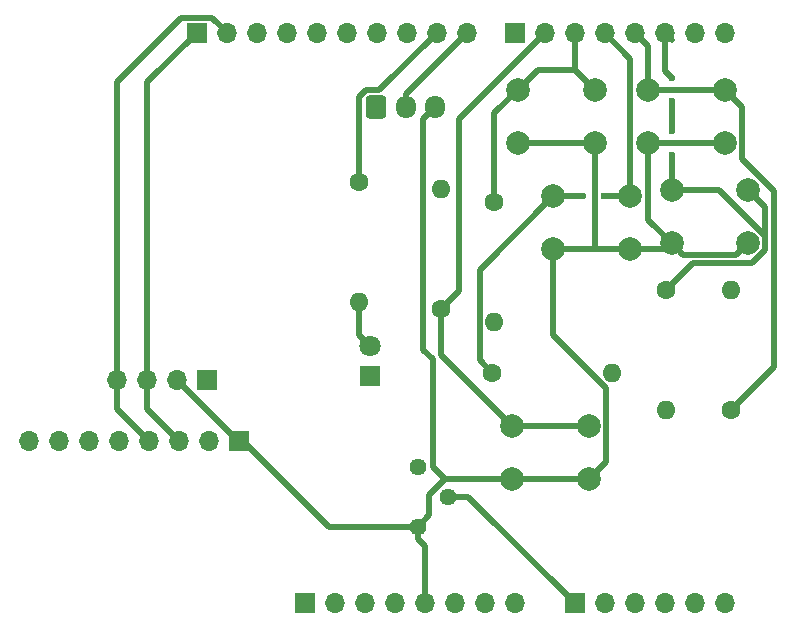
<source format=gbr>
%TF.GenerationSoftware,KiCad,Pcbnew,8.0.8*%
%TF.CreationDate,2025-02-04T10:54:44-07:00*%
%TF.ProjectId,Uno_Shield_ThermoPro,556e6f5f-5368-4696-956c-645f54686572,rev?*%
%TF.SameCoordinates,Original*%
%TF.FileFunction,Copper,L1,Top*%
%TF.FilePolarity,Positive*%
%FSLAX46Y46*%
G04 Gerber Fmt 4.6, Leading zero omitted, Abs format (unit mm)*
G04 Created by KiCad (PCBNEW 8.0.8) date 2025-02-04 10:54:44*
%MOMM*%
%LPD*%
G01*
G04 APERTURE LIST*
G04 Aperture macros list*
%AMRoundRect*
0 Rectangle with rounded corners*
0 $1 Rounding radius*
0 $2 $3 $4 $5 $6 $7 $8 $9 X,Y pos of 4 corners*
0 Add a 4 corners polygon primitive as box body*
4,1,4,$2,$3,$4,$5,$6,$7,$8,$9,$2,$3,0*
0 Add four circle primitives for the rounded corners*
1,1,$1+$1,$2,$3*
1,1,$1+$1,$4,$5*
1,1,$1+$1,$6,$7*
1,1,$1+$1,$8,$9*
0 Add four rect primitives between the rounded corners*
20,1,$1+$1,$2,$3,$4,$5,0*
20,1,$1+$1,$4,$5,$6,$7,0*
20,1,$1+$1,$6,$7,$8,$9,0*
20,1,$1+$1,$8,$9,$2,$3,0*%
G04 Aperture macros list end*
%TA.AperFunction,ComponentPad*%
%ADD10R,1.700000X1.700000*%
%TD*%
%TA.AperFunction,ComponentPad*%
%ADD11O,1.700000X1.700000*%
%TD*%
%TA.AperFunction,ComponentPad*%
%ADD12C,2.000000*%
%TD*%
%TA.AperFunction,ComponentPad*%
%ADD13R,1.800000X1.800000*%
%TD*%
%TA.AperFunction,ComponentPad*%
%ADD14C,1.800000*%
%TD*%
%TA.AperFunction,ComponentPad*%
%ADD15C,1.600000*%
%TD*%
%TA.AperFunction,ComponentPad*%
%ADD16O,1.600000X1.600000*%
%TD*%
%TA.AperFunction,ComponentPad*%
%ADD17RoundRect,0.250000X-0.600000X-0.725000X0.600000X-0.725000X0.600000X0.725000X-0.600000X0.725000X0*%
%TD*%
%TA.AperFunction,ComponentPad*%
%ADD18O,1.700000X1.950000*%
%TD*%
%TA.AperFunction,ComponentPad*%
%ADD19C,1.440000*%
%TD*%
%TA.AperFunction,ViaPad*%
%ADD20C,0.600000*%
%TD*%
%TA.AperFunction,Conductor*%
%ADD21C,0.508000*%
%TD*%
G04 APERTURE END LIST*
D10*
%TO.P,J1,1,Pin_1*%
%TO.N,unconnected-(J1-Pin_1-Pad1)*%
X127940000Y-97460000D03*
D11*
%TO.P,J1,2,Pin_2*%
%TO.N,/IOREF*%
X130480000Y-97460000D03*
%TO.P,J1,3,Pin_3*%
%TO.N,/~{RESET}*%
X133020000Y-97460000D03*
%TO.P,J1,4,Pin_4*%
%TO.N,+3V3*%
X135560000Y-97460000D03*
%TO.P,J1,5,Pin_5*%
%TO.N,+5V*%
X138100000Y-97460000D03*
%TO.P,J1,6,Pin_6*%
%TO.N,GND*%
X140640000Y-97460000D03*
%TO.P,J1,7,Pin_7*%
X143180000Y-97460000D03*
%TO.P,J1,8,Pin_8*%
%TO.N,VCC*%
X145720000Y-97460000D03*
%TD*%
D10*
%TO.P,J3,1,Pin_1*%
%TO.N,/temp_sensor*%
X150800000Y-97460000D03*
D11*
%TO.P,J3,2,Pin_2*%
%TO.N,/A1*%
X153340000Y-97460000D03*
%TO.P,J3,3,Pin_3*%
%TO.N,/A2*%
X155880000Y-97460000D03*
%TO.P,J3,4,Pin_4*%
%TO.N,/A3*%
X158420000Y-97460000D03*
%TO.P,J3,5,Pin_5*%
%TO.N,/SDA{slash}A4*%
X160960000Y-97460000D03*
%TO.P,J3,6,Pin_6*%
%TO.N,/SCL{slash}A5*%
X163500000Y-97460000D03*
%TD*%
D10*
%TO.P,J2,1,Pin_1*%
%TO.N,/I2C_SCL*%
X118796000Y-49200000D03*
D11*
%TO.P,J2,2,Pin_2*%
%TO.N,/I2C_SDA*%
X121336000Y-49200000D03*
%TO.P,J2,3,Pin_3*%
%TO.N,/AREF*%
X123876000Y-49200000D03*
%TO.P,J2,4,Pin_4*%
%TO.N,GND*%
X126416000Y-49200000D03*
%TO.P,J2,5,Pin_5*%
%TO.N,/13*%
X128956000Y-49200000D03*
%TO.P,J2,6,Pin_6*%
%TO.N,/12*%
X131496000Y-49200000D03*
%TO.P,J2,7,Pin_7*%
%TO.N,/\u002A11*%
X134036000Y-49200000D03*
%TO.P,J2,8,Pin_8*%
%TO.N,/\u002A10*%
X136576000Y-49200000D03*
%TO.P,J2,9,Pin_9*%
%TO.N,/led_light*%
X139116000Y-49200000D03*
%TO.P,J2,10,Pin_10*%
%TO.N,/temp_digital*%
X141656000Y-49200000D03*
%TD*%
D10*
%TO.P,J4,1,Pin_1*%
%TO.N,/7*%
X145720000Y-49200000D03*
D11*
%TO.P,J4,2,Pin_2*%
%TO.N,/button_light*%
X148260000Y-49200000D03*
%TO.P,J4,3,Pin_3*%
%TO.N,/button_cal*%
X150800000Y-49200000D03*
%TO.P,J4,4,Pin_4*%
%TO.N,/button_units*%
X153340000Y-49200000D03*
%TO.P,J4,5,Pin_5*%
%TO.N,/button_lock*%
X155880000Y-49200000D03*
%TO.P,J4,6,Pin_6*%
%TO.N,/button_onoff*%
X158420000Y-49200000D03*
%TO.P,J4,7,Pin_7*%
%TO.N,/TX{slash}1*%
X160960000Y-49200000D03*
%TO.P,J4,8,Pin_8*%
%TO.N,/RX{slash}0*%
X163500000Y-49200000D03*
%TD*%
D12*
%TO.P,SW4,1,A*%
%TO.N,/button_lock*%
X157000000Y-54000000D03*
X163500000Y-54000000D03*
%TO.P,SW4,2,B*%
%TO.N,+5V*%
X157000000Y-58500000D03*
X163500000Y-58500000D03*
%TD*%
D13*
%TO.P,D1,1,K*%
%TO.N,GND*%
X133500000Y-78275000D03*
D14*
%TO.P,D1,2,A*%
%TO.N,Net-(D1-A)*%
X133500000Y-75735000D03*
%TD*%
D12*
%TO.P,SW5,1,A*%
%TO.N,/button_light*%
X145500000Y-82500000D03*
X152000000Y-82500000D03*
%TO.P,SW5,2,B*%
%TO.N,+5V*%
X145500000Y-87000000D03*
X152000000Y-87000000D03*
%TD*%
%TO.P,SW2,1,A*%
%TO.N,/button_units*%
X149000000Y-63000000D03*
X155500000Y-63000000D03*
%TO.P,SW2,2,B*%
%TO.N,+5V*%
X149000000Y-67500000D03*
X155500000Y-67500000D03*
%TD*%
D15*
%TO.P,R4,1*%
%TO.N,/button_cal*%
X144000000Y-63500000D03*
D16*
%TO.P,R4,2*%
%TO.N,GND*%
X144000000Y-73660000D03*
%TD*%
D15*
%TO.P,R1,1*%
%TO.N,/led_light*%
X132500000Y-61840000D03*
D16*
%TO.P,R1,2*%
%TO.N,Net-(D1-A)*%
X132500000Y-72000000D03*
%TD*%
D17*
%TO.P,J7,1,Pin_1*%
%TO.N,GND*%
X134000000Y-55475000D03*
D18*
%TO.P,J7,2,Pin_2*%
%TO.N,/temp_digital*%
X136500000Y-55475000D03*
%TO.P,J7,3,Pin_3*%
%TO.N,+5V*%
X139000000Y-55475000D03*
%TD*%
D12*
%TO.P,SW3,1,A*%
%TO.N,/button_cal*%
X146000000Y-54000000D03*
X152500000Y-54000000D03*
%TO.P,SW3,2,B*%
%TO.N,+5V*%
X146000000Y-58500000D03*
X152500000Y-58500000D03*
%TD*%
D10*
%TO.P,J6,1,Pin_1*%
%TO.N,GND*%
X119700000Y-78540000D03*
D11*
%TO.P,J6,2,Pin_2*%
%TO.N,+5V*%
X117160000Y-78540000D03*
%TO.P,J6,3,Pin_3*%
%TO.N,/I2C_SCL*%
X114620000Y-78540000D03*
%TO.P,J6,4,Pin_4*%
%TO.N,/I2C_SDA*%
X112080000Y-78540000D03*
%TD*%
D12*
%TO.P,SW1,1,A*%
%TO.N,/button_onoff*%
X159000000Y-62500000D03*
X165500000Y-62500000D03*
%TO.P,SW1,2,B*%
%TO.N,+5V*%
X159000000Y-67000000D03*
X165500000Y-67000000D03*
%TD*%
D15*
%TO.P,R5,1*%
%TO.N,/button_lock*%
X164000000Y-81160000D03*
D16*
%TO.P,R5,2*%
%TO.N,GND*%
X164000000Y-71000000D03*
%TD*%
D15*
%TO.P,R2,1*%
%TO.N,/button_onoff*%
X158500000Y-71000000D03*
D16*
%TO.P,R2,2*%
%TO.N,GND*%
X158500000Y-81160000D03*
%TD*%
D19*
%TO.P,RV1,1,1*%
%TO.N,+5V*%
X137500000Y-91000000D03*
%TO.P,RV1,2,2*%
%TO.N,/temp_sensor*%
X140040000Y-88460000D03*
%TO.P,RV1,3,3*%
%TO.N,GND*%
X137500000Y-85920000D03*
%TD*%
D10*
%TO.P,J5,1,Pin_1*%
%TO.N,+5V*%
X122380000Y-83750000D03*
D11*
%TO.P,J5,2,Pin_2*%
%TO.N,GND*%
X119840000Y-83750000D03*
%TO.P,J5,3,Pin_3*%
%TO.N,/I2C_SCL*%
X117300000Y-83750000D03*
%TO.P,J5,4,Pin_4*%
%TO.N,/I2C_SDA*%
X114760000Y-83750000D03*
%TO.P,J5,5,Pin_5*%
%TO.N,unconnected-(J5-Pin_5-Pad5)*%
X112220000Y-83750000D03*
%TO.P,J5,6,Pin_6*%
%TO.N,unconnected-(J5-Pin_6-Pad6)*%
X109680000Y-83750000D03*
%TO.P,J5,7,Pin_7*%
%TO.N,unconnected-(J5-Pin_7-Pad7)*%
X107140000Y-83750000D03*
%TO.P,J5,8,Pin_8*%
%TO.N,unconnected-(J5-Pin_8-Pad8)*%
X104600000Y-83750000D03*
%TD*%
D15*
%TO.P,R6,1*%
%TO.N,/button_light*%
X139500000Y-72580000D03*
D16*
%TO.P,R6,2*%
%TO.N,GND*%
X139500000Y-62420000D03*
%TD*%
D15*
%TO.P,R3,1*%
%TO.N,/button_units*%
X143840000Y-78000000D03*
D16*
%TO.P,R3,2*%
%TO.N,GND*%
X154000000Y-78000000D03*
%TD*%
D20*
%TO.N,/button_onoff*%
X159000000Y-55000000D03*
X159000000Y-59500000D03*
X159000000Y-57500000D03*
X159000000Y-53000000D03*
%TO.N,/button_units*%
X153254000Y-63000000D03*
X151500000Y-63000000D03*
%TD*%
D21*
%TO.N,+5V*%
X139839713Y-87000000D02*
X145500000Y-87000000D01*
X160000000Y-68000000D02*
X164500000Y-68000000D01*
X153454000Y-79227424D02*
X149000000Y-74773424D01*
X138500000Y-88339713D02*
X139839713Y-87000000D01*
X139839713Y-87000000D02*
X138792000Y-85952287D01*
X159000000Y-67000000D02*
X160000000Y-68000000D01*
X122750000Y-83750000D02*
X130000000Y-91000000D01*
X137500000Y-91000000D02*
X138500000Y-90000000D01*
X146000000Y-58500000D02*
X152500000Y-58500000D01*
X117160000Y-78608000D02*
X122302000Y-83750000D01*
X152500000Y-67500000D02*
X155500000Y-67500000D01*
X149000000Y-67500000D02*
X152500000Y-67500000D01*
X145500000Y-87000000D02*
X152000000Y-87000000D01*
X122302000Y-83750000D02*
X122380000Y-83750000D01*
X158500000Y-67500000D02*
X159000000Y-67000000D01*
X138792000Y-85952287D02*
X138792000Y-76792000D01*
X138100000Y-92600000D02*
X138100000Y-97460000D01*
X138000000Y-56475000D02*
X139000000Y-55475000D01*
X137500000Y-92000000D02*
X138100000Y-92600000D01*
X138792000Y-76792000D02*
X138000000Y-76000000D01*
X157000000Y-58500000D02*
X163500000Y-58500000D01*
X137500000Y-91000000D02*
X137500000Y-92000000D01*
X117160000Y-78540000D02*
X117160000Y-78608000D01*
X138000000Y-76000000D02*
X138000000Y-56475000D01*
X164500000Y-68000000D02*
X165500000Y-67000000D01*
X138500000Y-90000000D02*
X138500000Y-88339713D01*
X159000000Y-67000000D02*
X157000000Y-65000000D01*
X130000000Y-91000000D02*
X137500000Y-91000000D01*
X155500000Y-67500000D02*
X158500000Y-67500000D01*
X153454000Y-85546000D02*
X153454000Y-79227424D01*
X152000000Y-87000000D02*
X153454000Y-85546000D01*
X152500000Y-58500000D02*
X152500000Y-67500000D01*
X157000000Y-65000000D02*
X157000000Y-58500000D01*
X149000000Y-74773424D02*
X149000000Y-67500000D01*
X122380000Y-83750000D02*
X122750000Y-83750000D01*
%TO.N,/temp_digital*%
X136500000Y-55475000D02*
X136500000Y-54356000D01*
X136500000Y-54356000D02*
X141656000Y-49200000D01*
%TO.N,/I2C_SCL*%
X114620000Y-78540000D02*
X114620000Y-81070000D01*
X114620000Y-78540000D02*
X114620000Y-53376000D01*
X114620000Y-53376000D02*
X118796000Y-49200000D01*
X114620000Y-81070000D02*
X117300000Y-83750000D01*
%TO.N,/I2C_SDA*%
X112080000Y-78540000D02*
X112080000Y-53308000D01*
X112080000Y-81070000D02*
X114760000Y-83750000D01*
X112080000Y-53308000D02*
X117492000Y-47896000D01*
X112080000Y-78540000D02*
X112080000Y-81070000D01*
X121336000Y-49132000D02*
X121336000Y-49200000D01*
X120100000Y-47896000D02*
X121336000Y-49132000D01*
X117492000Y-47896000D02*
X120100000Y-47896000D01*
%TO.N,/button_onoff*%
X165848267Y-68708000D02*
X160792000Y-68708000D01*
X166954000Y-67602267D02*
X165848267Y-68708000D01*
X166954000Y-67602267D02*
X166954000Y-63954000D01*
X159000000Y-55000000D02*
X159000000Y-57500000D01*
X159000000Y-62500000D02*
X163056267Y-62500000D01*
X158420000Y-49200000D02*
X158420000Y-52420000D01*
X159000000Y-49780000D02*
X158420000Y-49200000D01*
X166954000Y-63954000D02*
X165500000Y-62500000D01*
X163056267Y-62500000D02*
X166954000Y-66397733D01*
X159000000Y-59500000D02*
X159000000Y-62500000D01*
X166954000Y-66397733D02*
X166954000Y-67602267D01*
X158500000Y-71000000D02*
X160792000Y-68708000D01*
X158420000Y-52420000D02*
X159000000Y-53000000D01*
%TO.N,/button_lock*%
X163500000Y-54000000D02*
X157000000Y-54000000D01*
X155880000Y-49200000D02*
X157000000Y-50320000D01*
X167662000Y-62605733D02*
X164954000Y-59897733D01*
X157000000Y-50320000D02*
X157000000Y-54000000D01*
X164000000Y-81160000D02*
X167662000Y-77498000D01*
X164954000Y-59897733D02*
X164954000Y-55454000D01*
X164954000Y-55454000D02*
X163500000Y-54000000D01*
X167662000Y-77498000D02*
X167662000Y-62605733D01*
%TO.N,/button_light*%
X145500000Y-82500000D02*
X152000000Y-82500000D01*
X141000000Y-71080000D02*
X139500000Y-72580000D01*
X141000000Y-56460000D02*
X141000000Y-71080000D01*
X139500000Y-76500000D02*
X139500000Y-72580000D01*
X145500000Y-82500000D02*
X139500000Y-76500000D01*
X148260000Y-49200000D02*
X141000000Y-56460000D01*
%TO.N,/button_units*%
X142746000Y-76906000D02*
X142746000Y-69254000D01*
X143840000Y-78000000D02*
X142746000Y-76906000D01*
X142746000Y-69254000D02*
X149000000Y-63000000D01*
X153254000Y-63000000D02*
X155500000Y-63000000D01*
X155500000Y-51360000D02*
X153340000Y-49200000D01*
X149000000Y-63000000D02*
X151500000Y-63000000D01*
X155500000Y-63000000D02*
X155500000Y-51360000D01*
%TO.N,/button_cal*%
X147700000Y-52300000D02*
X146000000Y-54000000D01*
X150800000Y-52300000D02*
X152500000Y-54000000D01*
X146000000Y-54000000D02*
X144000000Y-56000000D01*
X150800000Y-49200000D02*
X150800000Y-52300000D01*
X144000000Y-56000000D02*
X144000000Y-63500000D01*
X150800000Y-52300000D02*
X147700000Y-52300000D01*
%TO.N,Net-(D1-A)*%
X132500000Y-74735000D02*
X133500000Y-75735000D01*
X132500000Y-72000000D02*
X132500000Y-74735000D01*
%TO.N,/led_light*%
X133101466Y-54046000D02*
X132500000Y-54647466D01*
X132500000Y-54647466D02*
X132500000Y-61840000D01*
X134270000Y-54046000D02*
X133101466Y-54046000D01*
X139116000Y-49200000D02*
X134270000Y-54046000D01*
%TO.N,/temp_sensor*%
X140040000Y-88460000D02*
X141800000Y-88460000D01*
X141800000Y-88460000D02*
X150800000Y-97460000D01*
%TD*%
M02*

</source>
